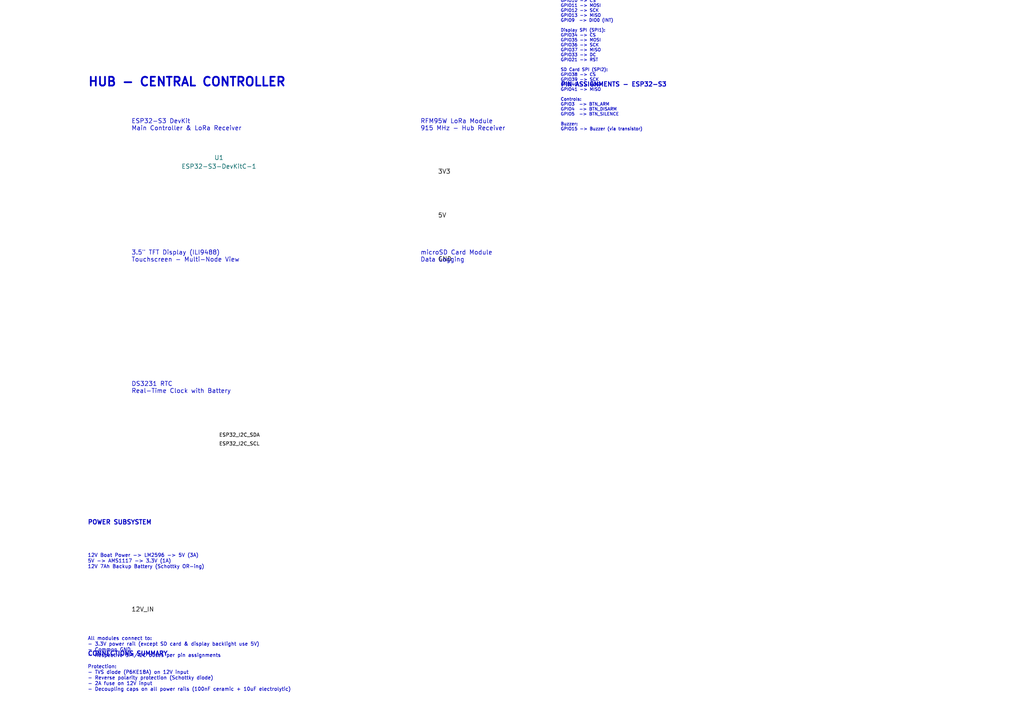
<source format=kicad_sch>
(kicad_sch (version 20211123) (generator eeschema)
  (paper "A4")
  (title_block (title "Boat Monitor Hub") (date "2025-11-16") (rev "1.0") (company "Bristol 32 Liberty") (comment 1 "Central hub with ESP32-S3, LoRa, Display, SD card, RTC"))
  (lib_symbols
    (symbol "ESP32-S3_1" (pin_names (offset 1.016))
      (property "Reference" "U" (at 0 0 0))
      (property "Value" "ESP32-S3" (at 0 -2.54 0))
    )
  )
  (text "HUB - CENTRAL CONTROLLER" (at 25.4 25.4 0) (effects (font (size 2.54 2.54) bold) (justify left bottom)))
  (text "ESP32-S3 DevKit\nMain Controller & LoRa Receiver" (at 38.1 38.1 0) (effects (font (size 1.27 1.27)) (justify left bottom)))
  (text "RFM95W LoRa Module\n915 MHz - Hub Receiver" (at 121.92 38.1 0) (effects (font (size 1.27 1.27)) (justify left bottom)))
  (text "3.5\" TFT Display (ILI9488)\nTouchscreen - Multi-Node View" (at 38.1 76.2 0) (effects (font (size 1.27 1.27)) (justify left bottom)))
  (text "microSD Card Module\nData Logging" (at 121.92 76.2 0) (effects (font (size 1.27 1.27)) (justify left bottom)))
  (text "DS3231 RTC\nReal-Time Clock with Battery" (at 38.1 114.3 0) (effects (font (size 1.27 1.27)) (justify left bottom)))
  (text "POWER SUBSYSTEM" (at 25.4 152.4 0) (effects (font (size 1.27 1.27) bold) (justify left bottom)))
  (text "12V Boat Power -> LM2596 -> 5V (3A)\n5V -> AMS1117 -> 3.3V (1A)\n12V 7Ah Backup Battery (Schottky OR-ing)" (at 25.4 165.1 0) (effects (font (size 1.016 1.016)) (justify left bottom)))
  (text "PIN ASSIGNMENTS - ESP32-S3" (at 162.56 25.4 0) (effects (font (size 1.27 1.27) bold) (justify left bottom)))
  (text "I2C (RTC):\nGPIO8  -> SDA\nGPIO7  -> SCL\n\nLoRa SPI (SPI0):\nGPIO10 -> CS\nGPIO11 -> MOSI\nGPIO12 -> SCK\nGPIO13 -> MISO\nGPIO9  -> DIO0 (INT)\n\nDisplay SPI (SPI1):\nGPIO34 -> CS\nGPIO35 -> MOSI\nGPIO36 -> SCK\nGPIO37 -> MISO\nGPIO33 -> DC\nGPIO21 -> RST\n\nSD Card SPI (SPI2):\nGPIO38 -> CS\nGPIO39 -> SCK\nGPIO40 -> MOSI\nGPIO41 -> MISO\n\nControls:\nGPIO3  -> BTN_ARM\nGPIO4  -> BTN_DISARM\nGPIO5  -> BTN_SILENCE\n\nBuzzer:\nGPIO15 -> Buzzer (via transistor)" (at 162.56 38.1 0) (effects (font (size 0.889 0.889)) (justify left bottom)))
  (text "CONNECTIONS SUMMARY" (at 25.4 190.5 0) (effects (font (size 1.27 1.27) bold) (justify left bottom)))
  (text "All modules connect to:\n- 3.3V power rail (except SD card & display backlight use 5V)\n- Common GND\n- Respective SPI/I2C buses per pin assignments\n\nProtection:\n- TVS diode (P6KE18A) on 12V input\n- Reverse polarity protection (Schottky diode)\n- 2A fuse on 12V input\n- Decoupling caps on all power rails (100nF ceramic + 10uF electrolytic)" (at 25.4 200.66 0) (effects (font (size 1.016 1.016)) (justify left bottom)))
  (label "ESP32_I2C_SDA" (at 63.5 127 0) (effects (font (size 1.016 1.016))))
  (label "ESP32_I2C_SCL" (at 63.5 129.54 0) (effects (font (size 1.016 1.016))))
  (label "3V3" (at 127 50.8 0))
  (label "5V" (at 127 63.5 0))
  (label "GND" (at 127 76.2 0))
  (label "12V_IN" (at 38.1 177.8 0))
  (symbol (lib_id "ESP32-S3_1") (at 63.5 50.8 0) (unit 1)
    (property "Reference" "U1" (at 63.5 45.72 0))
    (property "Value" "ESP32-S3-DevKitC-1" (at 63.5 48.26 0))
  )
)
</source>
